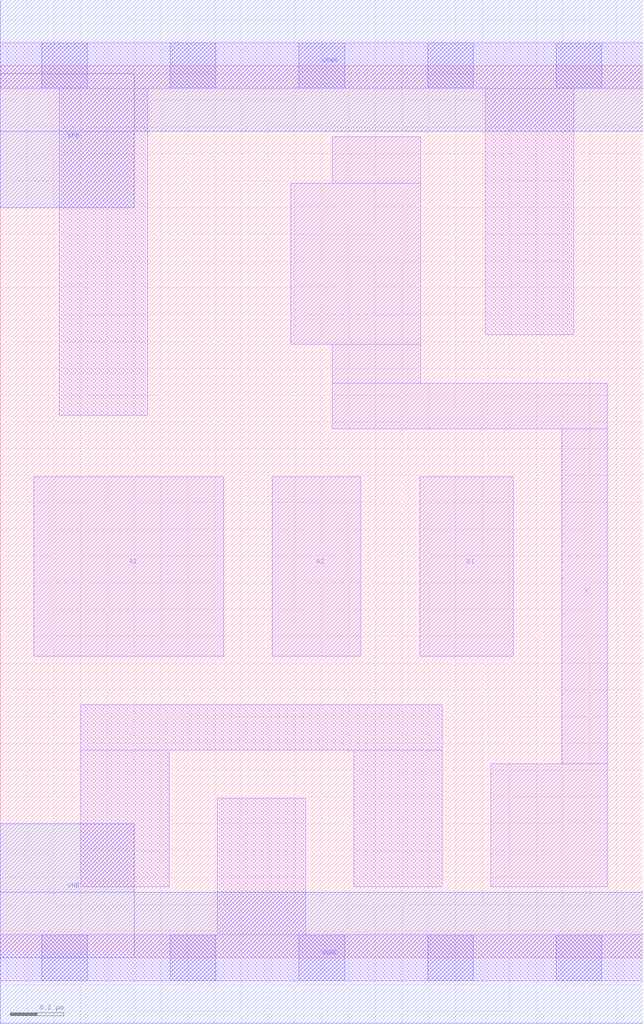
<source format=lef>
# Copyright 2020 The SkyWater PDK Authors
#
# Licensed under the Apache License, Version 2.0 (the "License");
# you may not use this file except in compliance with the License.
# You may obtain a copy of the License at
#
#     https://www.apache.org/licenses/LICENSE-2.0
#
# Unless required by applicable law or agreed to in writing, software
# distributed under the License is distributed on an "AS IS" BASIS,
# WITHOUT WARRANTIES OR CONDITIONS OF ANY KIND, either express or implied.
# See the License for the specific language governing permissions and
# limitations under the License.
#
# SPDX-License-Identifier: Apache-2.0

VERSION 5.5 ;
NAMESCASESENSITIVE ON ;
BUSBITCHARS "[]" ;
DIVIDERCHAR "/" ;
MACRO sky130_fd_sc_lp__o21ai_lp
  CLASS CORE ;
  SOURCE USER ;
  ORIGIN  0.000000  0.000000 ;
  SIZE  2.400000 BY  3.330000 ;
  SYMMETRY X Y R90 ;
  SITE unit ;
  PIN A1
    ANTENNAGATEAREA  0.313000 ;
    DIRECTION INPUT ;
    USE SIGNAL ;
    PORT
      LAYER li1 ;
        RECT 0.125000 1.125000 0.835000 1.795000 ;
    END
  END A1
  PIN A2
    ANTENNAGATEAREA  0.313000 ;
    DIRECTION INPUT ;
    USE SIGNAL ;
    PORT
      LAYER li1 ;
        RECT 1.015000 1.125000 1.345000 1.795000 ;
    END
  END A2
  PIN B1
    ANTENNAGATEAREA  0.313000 ;
    DIRECTION INPUT ;
    USE SIGNAL ;
    PORT
      LAYER li1 ;
        RECT 1.565000 1.125000 1.915000 1.795000 ;
    END
  END B1
  PIN Y
    ANTENNADIFFAREA  0.473300 ;
    DIRECTION OUTPUT ;
    USE SIGNAL ;
    PORT
      LAYER li1 ;
        RECT 1.085000 2.290000 1.570000 2.890000 ;
        RECT 1.240000 1.975000 2.265000 2.145000 ;
        RECT 1.240000 2.145000 1.570000 2.290000 ;
        RECT 1.240000 2.890000 1.570000 3.065000 ;
        RECT 1.830000 0.265000 2.265000 0.725000 ;
        RECT 2.095000 0.725000 2.265000 1.975000 ;
    END
  END Y
  PIN VGND
    DIRECTION INOUT ;
    USE GROUND ;
    PORT
      LAYER met1 ;
        RECT 0.000000 -0.245000 2.400000 0.245000 ;
    END
  END VGND
  PIN VNB
    DIRECTION INOUT ;
    USE GROUND ;
    PORT
      LAYER met1 ;
        RECT 0.000000 0.000000 0.500000 0.500000 ;
    END
  END VNB
  PIN VPB
    DIRECTION INOUT ;
    USE POWER ;
    PORT
      LAYER met1 ;
        RECT 0.000000 2.800000 0.500000 3.300000 ;
    END
  END VPB
  PIN VPWR
    DIRECTION INOUT ;
    USE POWER ;
    PORT
      LAYER met1 ;
        RECT 0.000000 3.085000 2.400000 3.575000 ;
    END
  END VPWR
  OBS
    LAYER li1 ;
      RECT 0.000000 -0.085000 2.400000 0.085000 ;
      RECT 0.000000  3.245000 2.400000 3.415000 ;
      RECT 0.220000  2.025000 0.550000 3.245000 ;
      RECT 0.300000  0.265000 0.630000 0.775000 ;
      RECT 0.300000  0.775000 1.650000 0.945000 ;
      RECT 0.810000  0.085000 1.140000 0.595000 ;
      RECT 1.320000  0.265000 1.650000 0.775000 ;
      RECT 1.810000  2.325000 2.140000 3.245000 ;
    LAYER mcon ;
      RECT 0.155000 -0.085000 0.325000 0.085000 ;
      RECT 0.155000  3.245000 0.325000 3.415000 ;
      RECT 0.635000 -0.085000 0.805000 0.085000 ;
      RECT 0.635000  3.245000 0.805000 3.415000 ;
      RECT 1.115000 -0.085000 1.285000 0.085000 ;
      RECT 1.115000  3.245000 1.285000 3.415000 ;
      RECT 1.595000 -0.085000 1.765000 0.085000 ;
      RECT 1.595000  3.245000 1.765000 3.415000 ;
      RECT 2.075000 -0.085000 2.245000 0.085000 ;
      RECT 2.075000  3.245000 2.245000 3.415000 ;
  END
END sky130_fd_sc_lp__o21ai_lp
END LIBRARY

</source>
